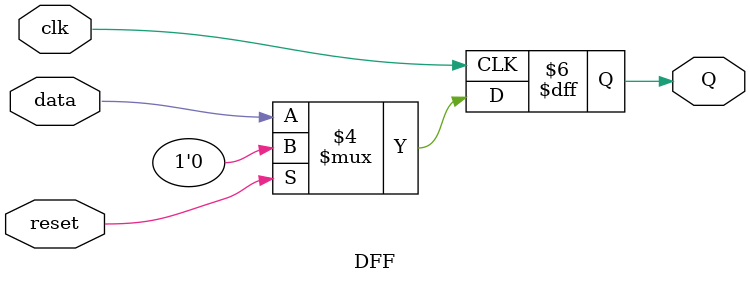
<source format=v>
module RotatingReg8b (SW, KEY, LEDR);
	input [9:0] SW;
	input [3:0] KEY;
	output [9:0] LEDR;
	
	wire [7:0] w;
	
	wire [7:0] data, Q;
	wire reset, parLoad, rotRight, ASRight, clk, ASRclk;
	
	assign reset = SW[9];
	assign data[7:0] = SW[7:0];
	assign clk = ~KEY[0];
	assign parLoad = ~KEY[1];
	assign rotRight = ~KEY[2];
	assign ASRight = ~KEY[3];
	assign ASRclk = clk & ~(rotRight & ASRight);
		
	Mux_DFF m0(data[0], parLoad, rotRight, w[7], w[1], clk, reset, Q[0]); 
	Mux_DFF m1(data[1], parLoad, rotRight, w[0], w[2], clk, reset, Q[1]); 
	Mux_DFF m2(data[2], parLoad, rotRight, w[1], w[3], clk, reset, Q[2]); 
	Mux_DFF m3(data[3], parLoad, rotRight, w[2], w[4], clk, reset, Q[3]); 
	Mux_DFF m4(data[4], parLoad, rotRight, w[3], w[5], clk, reset, Q[4]); 
	Mux_DFF m5(data[5], parLoad, rotRight, w[4], w[6], clk, reset, Q[5]); 
	Mux_DFF m6(data[6], parLoad, rotRight, w[5], w[7], clk, reset, Q[6]); 
	Mux_DFF m7(data[7], parLoad, rotRight, w[6], w[0], ASRclk, reset, Q[7]); 
	
	assign LEDR[7:0] = Q[7:0];
	assign LEDR[8] = clk;
	assign LEDR[9] = parLoad;
endmodule
	
	
module Mux_DFF (data, parLoad, loadLeft, right, left, clk, reset, Q);
	input data, parLoad, loadLeft, right, left, clk, reset;
	output Q;
	wire [1:0] w;
	
	Mux2to1 mux0(right, left, loadLeft, w[0]);
	Mux2to1 mux1(Data, w[0], parLoad, w[1]);
	
	DFF ff1(w[1], clk, reset, Q);
endmodule 
	
module Mux2to1 (x, y, s, m);
	input x, y, s;
	output m;
	
	assign m = s ? y : x;
endmodule 


module DFF (data, clk, reset, Q);
	input data, clk, reset;
	output reg Q;
	
	always @(posedge clk)
	begin 
		if (reset == 1)
			Q <= 0;
		else
			Q <= data;
	end
endmodule




</source>
